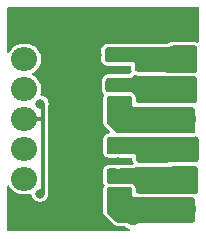
<source format=gbr>
%TF.GenerationSoftware,KiCad,Pcbnew,8.0.4*%
%TF.CreationDate,2024-09-15T22:19:18-03:00*%
%TF.ProjectId,PCBWay-Module_TB67H450FNG,50434257-6179-42d4-9d6f-64756c655f54,rev?*%
%TF.SameCoordinates,Original*%
%TF.FileFunction,Copper,L2,Bot*%
%TF.FilePolarity,Positive*%
%FSLAX46Y46*%
G04 Gerber Fmt 4.6, Leading zero omitted, Abs format (unit mm)*
G04 Created by KiCad (PCBNEW 8.0.4) date 2024-09-15 22:19:18*
%MOMM*%
%LPD*%
G01*
G04 APERTURE LIST*
%TA.AperFunction,ComponentPad*%
%ADD10C,1.600000*%
%TD*%
%TA.AperFunction,ComponentPad*%
%ADD11R,2.200000X2.000000*%
%TD*%
%TA.AperFunction,ComponentPad*%
%ADD12O,2.200000X2.000000*%
%TD*%
%TA.AperFunction,ViaPad*%
%ADD13C,0.650000*%
%TD*%
%TA.AperFunction,ViaPad*%
%ADD14C,0.800000*%
%TD*%
%TA.AperFunction,Conductor*%
%ADD15C,0.304800*%
%TD*%
G04 APERTURE END LIST*
D10*
%TO.P,C3,1*%
%TO.N,/VM*%
X114850000Y-119950000D03*
%TO.P,C3,2*%
%TO.N,GND*%
X109850000Y-119950000D03*
%TD*%
D11*
%TO.P,J2,1,Pin_1*%
%TO.N,GND*%
X119040000Y-104110000D03*
D12*
%TO.P,J2,2,Pin_2*%
%TO.N,/OUT_B2*%
X119040000Y-106650000D03*
%TO.P,J2,3,Pin_3*%
%TO.N,/OUT_B1*%
X119040000Y-109190000D03*
%TO.P,J2,4,Pin_4*%
%TO.N,/VM*%
X119040000Y-111730000D03*
%TO.P,J2,5,Pin_5*%
%TO.N,/OUT_A2*%
X119040000Y-114270000D03*
%TO.P,J2,6,Pin_6*%
%TO.N,/OUT_A1*%
X119040000Y-116810000D03*
%TO.P,J2,7,Pin_7*%
%TO.N,/VM*%
X119040000Y-119350000D03*
%TD*%
D11*
%TO.P,J1,1,Pin_1*%
%TO.N,GND*%
X105650000Y-104110000D03*
D12*
%TO.P,J1,2,Pin_2*%
%TO.N,/IN_B2*%
X105650000Y-106650000D03*
%TO.P,J1,3,Pin_3*%
%TO.N,/IN_B1*%
X105650000Y-109190000D03*
%TO.P,J1,4,Pin_4*%
%TO.N,/VREF*%
X105650000Y-111730000D03*
%TO.P,J1,5,Pin_5*%
%TO.N,/IN_A2*%
X105650000Y-114270000D03*
%TO.P,J1,6,Pin_6*%
%TO.N,/IN_A1*%
X105650000Y-116810000D03*
%TO.P,J1,7,Pin_7*%
%TO.N,GND*%
X105650000Y-119350000D03*
%TD*%
D13*
%TO.N,/OUT_A2*%
X113540000Y-114060000D03*
X117000000Y-113750000D03*
X117000000Y-115000000D03*
X115750000Y-115000000D03*
X115750000Y-113750000D03*
%TO.N,/OUT_A1*%
X117100000Y-117500000D03*
X117100000Y-116250000D03*
X115850000Y-116250000D03*
X113540000Y-116590000D03*
X115850000Y-117500000D03*
%TO.N,/OUT_B1*%
X115800000Y-108600000D03*
X115800000Y-109850000D03*
X117050000Y-108600000D03*
X113540000Y-108850000D03*
X117050000Y-109850000D03*
%TO.N,/OUT_B2*%
X116950000Y-107350000D03*
X113540000Y-106310000D03*
X116950000Y-106100000D03*
X115700000Y-107350000D03*
X115700000Y-106100000D03*
%TO.N,GND*%
X109250000Y-103900000D03*
X115250000Y-103900000D03*
X110260000Y-108215000D03*
X110750000Y-104900000D03*
X107800000Y-119850000D03*
X115250000Y-104900000D03*
X111880000Y-107405000D03*
X110550000Y-113250000D03*
X111700000Y-118950000D03*
X109250000Y-102900000D03*
X110260000Y-116765000D03*
X111880000Y-109025000D03*
X111880000Y-116765000D03*
X107750000Y-104900000D03*
X111700000Y-119850000D03*
X111880000Y-108215000D03*
X111700000Y-120750000D03*
X111880000Y-117850000D03*
X113540000Y-115320000D03*
X107750000Y-103900000D03*
X111750000Y-112250000D03*
X108600000Y-114050000D03*
X110550000Y-111250000D03*
X109250000Y-104900000D03*
X113750000Y-104900000D03*
X107750000Y-102900000D03*
X112250000Y-102900000D03*
X112250000Y-103900000D03*
X112250000Y-104900000D03*
X109350000Y-112250000D03*
X111070000Y-106300000D03*
X111070000Y-115145000D03*
X110260000Y-115145000D03*
X110260000Y-115955000D03*
X111880000Y-110150000D03*
X110260000Y-107405000D03*
X111070000Y-107405000D03*
X111070000Y-117850000D03*
X111880000Y-115955000D03*
X108600000Y-106310000D03*
X111070000Y-114050000D03*
X116750000Y-103900000D03*
X110750000Y-102900000D03*
X110260000Y-106300000D03*
X111880000Y-115145000D03*
X111070000Y-116765000D03*
X111880000Y-106300000D03*
X110260000Y-109025000D03*
X113540000Y-107580000D03*
X111880000Y-114050000D03*
X116750000Y-102900000D03*
X110750000Y-103900000D03*
X115250000Y-102900000D03*
X113750000Y-103900000D03*
X110260000Y-117850000D03*
X113750000Y-102900000D03*
X110260000Y-114050000D03*
X108150000Y-111250000D03*
X107800000Y-118950000D03*
X107800000Y-120750000D03*
X111070000Y-108215000D03*
X111070000Y-109025000D03*
X110260000Y-110150000D03*
X116750000Y-104900000D03*
X111070000Y-115955000D03*
X109350000Y-111250000D03*
X109350000Y-113250000D03*
X111070000Y-110150000D03*
X110550000Y-112250000D03*
X108150000Y-113250000D03*
X108150000Y-112250000D03*
X111750000Y-111250000D03*
X111750000Y-113250000D03*
%TO.N,/VM*%
X117100000Y-112450000D03*
X117200000Y-118900000D03*
X114500000Y-111250000D03*
X117200000Y-120100000D03*
X114500000Y-112450000D03*
X113540000Y-110120000D03*
X113200000Y-111250000D03*
X113540000Y-117860000D03*
X113300000Y-118900000D03*
X115800000Y-112450000D03*
X117100000Y-111250000D03*
X115900000Y-118900000D03*
X115800000Y-111250000D03*
D14*
%TO.N,/VREF*%
X106950000Y-118050000D03*
X107000000Y-110450000D03*
%TD*%
D15*
%TO.N,/VREF*%
X107020000Y-111730000D02*
X107200000Y-111550000D01*
X107000000Y-110450000D02*
X107200000Y-110650000D01*
X105650000Y-111730000D02*
X107020000Y-111730000D01*
X106950000Y-118050000D02*
X107050000Y-117950000D01*
X107030000Y-111730000D02*
X107200000Y-111900000D01*
X107200000Y-117800000D02*
X106950000Y-118050000D01*
X107200000Y-110650000D02*
X107200000Y-111550000D01*
X107200000Y-111550000D02*
X107200000Y-111900000D01*
X107020000Y-111730000D02*
X107030000Y-111730000D01*
X107050000Y-117950000D02*
X107200000Y-117950000D01*
X107200000Y-111900000D02*
X107200000Y-117800000D01*
%TD*%
%TA.AperFunction,Conductor*%
%TO.N,/OUT_B2*%
G36*
X120146288Y-105518954D02*
G01*
X120227070Y-105572930D01*
X120281046Y-105653712D01*
X120300000Y-105749000D01*
X120300000Y-107546110D01*
X120281046Y-107641398D01*
X120227070Y-107722180D01*
X120162350Y-107768824D01*
X120153776Y-107773111D01*
X120060073Y-107798767D01*
X120039867Y-107799380D01*
X115335174Y-107750888D01*
X115240086Y-107730953D01*
X115181810Y-107696032D01*
X115093070Y-107624754D01*
X115030649Y-107550305D01*
X115001469Y-107457635D01*
X115000000Y-107430623D01*
X115000000Y-107000000D01*
X114850000Y-106900000D01*
X112703890Y-106900000D01*
X112608602Y-106881046D01*
X112527820Y-106827070D01*
X112481178Y-106762356D01*
X112468821Y-106737642D01*
X112443159Y-106643937D01*
X112455311Y-106547545D01*
X112458705Y-106538014D01*
X112491785Y-106450791D01*
X112510094Y-106300000D01*
X112491785Y-106149209D01*
X112450611Y-106040643D01*
X112434545Y-105944829D01*
X112434772Y-105939329D01*
X112437547Y-105886595D01*
X112461484Y-105792438D01*
X112519632Y-105714606D01*
X112603139Y-105664950D01*
X112686924Y-105650688D01*
X117734650Y-105665350D01*
X118159555Y-105514370D01*
X118242924Y-105500000D01*
X120051000Y-105500000D01*
X120146288Y-105518954D01*
G37*
%TD.AperFunction*%
%TD*%
%TA.AperFunction,Conductor*%
%TO.N,/VM*%
G36*
X114646288Y-109818954D02*
G01*
X114727070Y-109872930D01*
X114781046Y-109953712D01*
X114800000Y-110049000D01*
X114800000Y-110600000D01*
X114900000Y-110700000D01*
X119851000Y-110700000D01*
X119946288Y-110718954D01*
X120027070Y-110772930D01*
X120081046Y-110853712D01*
X120100000Y-110949000D01*
X120100000Y-112701000D01*
X120081046Y-112796288D01*
X120027070Y-112877070D01*
X119946288Y-112931046D01*
X119851000Y-112950000D01*
X113653140Y-112950000D01*
X113557852Y-112931046D01*
X113477070Y-112877070D01*
X112672930Y-112072930D01*
X112618954Y-111992148D01*
X112600000Y-111896860D01*
X112600000Y-110049000D01*
X112618954Y-109953712D01*
X112672930Y-109872930D01*
X112753712Y-109818954D01*
X112849000Y-109800000D01*
X114551000Y-109800000D01*
X114646288Y-109818954D01*
G37*
%TD.AperFunction*%
%TD*%
%TA.AperFunction,Conductor*%
%TO.N,GND*%
G36*
X120393039Y-102269685D02*
G01*
X120438794Y-102322489D01*
X120450000Y-102374000D01*
X120450000Y-105133872D01*
X120430315Y-105200911D01*
X120377511Y-105246666D01*
X120308353Y-105256610D01*
X120279873Y-105248973D01*
X120205889Y-105219324D01*
X120205883Y-105219322D01*
X120110598Y-105200369D01*
X120062738Y-105195656D01*
X120051000Y-105194500D01*
X118242924Y-105194500D01*
X118191031Y-105198940D01*
X118107662Y-105213310D01*
X118107660Y-105213310D01*
X118107651Y-105213312D01*
X118107650Y-105213312D01*
X118057272Y-105226501D01*
X117702734Y-105352477D01*
X117660857Y-105359633D01*
X112687814Y-105345188D01*
X112635663Y-105349519D01*
X112602588Y-105355149D01*
X112551874Y-105363782D01*
X112551871Y-105363782D01*
X112551871Y-105363783D01*
X112446997Y-105402366D01*
X112363520Y-105452004D01*
X112357469Y-105455698D01*
X112274892Y-105531760D01*
X112274885Y-105531768D01*
X112216754Y-105609577D01*
X112212587Y-105615292D01*
X112165402Y-105717167D01*
X112165398Y-105717177D01*
X112141469Y-105811307D01*
X112141465Y-105811324D01*
X112141463Y-105811336D01*
X112141462Y-105811342D01*
X112132469Y-105870531D01*
X112132469Y-105870538D01*
X112129693Y-105923290D01*
X112129526Y-105926848D01*
X112129304Y-105932225D01*
X112129305Y-105932238D01*
X112133249Y-105995330D01*
X112133250Y-105995344D01*
X112133250Y-105995349D01*
X112133251Y-105995350D01*
X112136807Y-106016560D01*
X112149319Y-106091175D01*
X112164959Y-106148960D01*
X112164962Y-106148970D01*
X112187644Y-106208778D01*
X112194797Y-106237802D01*
X112200534Y-106285053D01*
X112200534Y-106314945D01*
X112194797Y-106362195D01*
X112187644Y-106391217D01*
X112173063Y-106429665D01*
X112170898Y-106435556D01*
X112167514Y-106445055D01*
X112152209Y-106509336D01*
X112140060Y-106605701D01*
X112139256Y-106612738D01*
X112139256Y-106612747D01*
X112148507Y-106724624D01*
X112148509Y-106724635D01*
X112174169Y-106818331D01*
X112174172Y-106818342D01*
X112195569Y-106874257D01*
X112195571Y-106874261D01*
X112195573Y-106874266D01*
X112195574Y-106874266D01*
X112195574Y-106874267D01*
X112207931Y-106898983D01*
X112233340Y-106940981D01*
X112233341Y-106940982D01*
X112279983Y-107005696D01*
X112358095Y-107081085D01*
X112384097Y-107098459D01*
X112438843Y-107135039D01*
X112438877Y-107135061D01*
X112444788Y-107138912D01*
X112549002Y-107180676D01*
X112549004Y-107180676D01*
X112549006Y-107180677D01*
X112594499Y-107189726D01*
X112644290Y-107199630D01*
X112703890Y-107205500D01*
X114570500Y-107205500D01*
X114637539Y-107225185D01*
X114683294Y-107277989D01*
X114694500Y-107329500D01*
X114694500Y-107430626D01*
X114694951Y-107447212D01*
X114696419Y-107474213D01*
X114696420Y-107474224D01*
X114710074Y-107549393D01*
X114739256Y-107642069D01*
X114742604Y-107652286D01*
X114744770Y-107722122D01*
X114708835Y-107782043D01*
X114693657Y-107793995D01*
X114659321Y-107816936D01*
X114613020Y-107854934D01*
X114559776Y-107908180D01*
X114498453Y-107941666D01*
X114472094Y-107944500D01*
X112749000Y-107944500D01*
X112737262Y-107945656D01*
X112689402Y-107950369D01*
X112689400Y-107950369D01*
X112594119Y-107969322D01*
X112587211Y-107970779D01*
X112483987Y-108014938D01*
X112403152Y-108068950D01*
X112397382Y-108072902D01*
X112397378Y-108072905D01*
X112318913Y-108153206D01*
X112264921Y-108234013D01*
X112261090Y-108239894D01*
X112261087Y-108239900D01*
X112219324Y-108344110D01*
X112219322Y-108344116D01*
X112200369Y-108439400D01*
X112200369Y-108439402D01*
X112194500Y-108499002D01*
X112194500Y-108926817D01*
X112195055Y-108945223D01*
X112196872Y-108975265D01*
X112198542Y-108993641D01*
X112200535Y-109010058D01*
X112200535Y-109039942D01*
X112198565Y-109056168D01*
X112198566Y-109056169D01*
X112198495Y-109056755D01*
X112198487Y-109056818D01*
X112196871Y-109074755D01*
X112195055Y-109104774D01*
X112194500Y-109123180D01*
X112194500Y-109200997D01*
X112200369Y-109260597D01*
X112200369Y-109260599D01*
X112219322Y-109355880D01*
X112220779Y-109362788D01*
X112264939Y-109466012D01*
X112264938Y-109466012D01*
X112318950Y-109546847D01*
X112322902Y-109552617D01*
X112322905Y-109552621D01*
X112368216Y-109596896D01*
X112402408Y-109657828D01*
X112398229Y-109727573D01*
X112384659Y-109754472D01*
X112364922Y-109784012D01*
X112361090Y-109789894D01*
X112361087Y-109789900D01*
X112319324Y-109894110D01*
X112319322Y-109894116D01*
X112300369Y-109989400D01*
X112300369Y-109989402D01*
X112294500Y-110049002D01*
X112294500Y-111896857D01*
X112300369Y-111956457D01*
X112300369Y-111956459D01*
X112319322Y-112051740D01*
X112320779Y-112058648D01*
X112364939Y-112161872D01*
X112364939Y-112161874D01*
X112401169Y-112216096D01*
X112417609Y-112240701D01*
X112418918Y-112242659D01*
X112456913Y-112288956D01*
X112904562Y-112736605D01*
X112938047Y-112797928D01*
X112933063Y-112867620D01*
X112891191Y-112923553D01*
X112828906Y-112947701D01*
X112789400Y-112951550D01*
X112789390Y-112951551D01*
X112789385Y-112951552D01*
X112694102Y-112970505D01*
X112687211Y-112971959D01*
X112583987Y-113016118D01*
X112503152Y-113070130D01*
X112497382Y-113074082D01*
X112497378Y-113074085D01*
X112418913Y-113154386D01*
X112364921Y-113235193D01*
X112361090Y-113241074D01*
X112361087Y-113241080D01*
X112319324Y-113345290D01*
X112319322Y-113345296D01*
X112300369Y-113440580D01*
X112300369Y-113440582D01*
X112294500Y-113500182D01*
X112294500Y-114450997D01*
X112300369Y-114510597D01*
X112300369Y-114510599D01*
X112319322Y-114605880D01*
X112320779Y-114612788D01*
X112364939Y-114716012D01*
X112364938Y-114716012D01*
X112364939Y-114716013D01*
X112408161Y-114780701D01*
X112418950Y-114796847D01*
X112422902Y-114802617D01*
X112422905Y-114802621D01*
X112468470Y-114847144D01*
X112503205Y-114881085D01*
X112583987Y-114935061D01*
X112589898Y-114938912D01*
X112694112Y-114980676D01*
X112694114Y-114980676D01*
X112694116Y-114980677D01*
X112742400Y-114990281D01*
X112789400Y-114999630D01*
X112849000Y-115005500D01*
X112849002Y-115005500D01*
X113411491Y-115005500D01*
X113411502Y-115005500D01*
X113448332Y-115003272D01*
X113464418Y-115001318D01*
X113467833Y-115000904D01*
X113482778Y-115000000D01*
X113595005Y-115000000D01*
X113604201Y-115000342D01*
X113606018Y-115000477D01*
X113609978Y-115000772D01*
X113615655Y-115001326D01*
X113631669Y-115003272D01*
X113631680Y-115003272D01*
X113631683Y-115003273D01*
X113641960Y-115003894D01*
X113668498Y-115005500D01*
X114670500Y-115005500D01*
X114737539Y-115025185D01*
X114783294Y-115077989D01*
X114794130Y-115127803D01*
X114794413Y-115127793D01*
X114794472Y-115129371D01*
X114794500Y-115129500D01*
X114794500Y-115130111D01*
X114796080Y-115151230D01*
X114797900Y-115175567D01*
X114808928Y-115248851D01*
X114828917Y-115308727D01*
X114842207Y-115348534D01*
X114860429Y-115382284D01*
X114872851Y-115405290D01*
X114887380Y-115473633D01*
X114862654Y-115538981D01*
X114832638Y-115567299D01*
X114827102Y-115570998D01*
X114823212Y-115573597D01*
X114756538Y-115594480D01*
X114754315Y-115594500D01*
X113830776Y-115594500D01*
X113793956Y-115596727D01*
X113734382Y-115603962D01*
X113734360Y-115603965D01*
X113698078Y-115610614D01*
X113603097Y-115634024D01*
X113603096Y-115634023D01*
X113593473Y-115636396D01*
X113563796Y-115640000D01*
X113516203Y-115640000D01*
X113486529Y-115636397D01*
X113381924Y-115610615D01*
X113381907Y-115610611D01*
X113345645Y-115603966D01*
X113345640Y-115603965D01*
X113345633Y-115603964D01*
X113345617Y-115603962D01*
X113286043Y-115596727D01*
X113249223Y-115594500D01*
X113249217Y-115594500D01*
X112849000Y-115594500D01*
X112837262Y-115595656D01*
X112789402Y-115600369D01*
X112789400Y-115600369D01*
X112694119Y-115619322D01*
X112687211Y-115620779D01*
X112583987Y-115664938D01*
X112503152Y-115718950D01*
X112497382Y-115722902D01*
X112497378Y-115722905D01*
X112418913Y-115803206D01*
X112364921Y-115884013D01*
X112361090Y-115889894D01*
X112361087Y-115889900D01*
X112319324Y-115994110D01*
X112319322Y-115994116D01*
X112300369Y-116089400D01*
X112300369Y-116089402D01*
X112294500Y-116149002D01*
X112294500Y-116945497D01*
X112300369Y-117005097D01*
X112300369Y-117005099D01*
X112319322Y-117100380D01*
X112320779Y-117107288D01*
X112364938Y-117210512D01*
X112410272Y-117278359D01*
X112431149Y-117345036D01*
X112412664Y-117412416D01*
X112410273Y-117416138D01*
X112364908Y-117484033D01*
X112361090Y-117489894D01*
X112361087Y-117489900D01*
X112319324Y-117594110D01*
X112319322Y-117594116D01*
X112300369Y-117689400D01*
X112300369Y-117689402D01*
X112294500Y-117749002D01*
X112294500Y-119496857D01*
X112300369Y-119556457D01*
X112300369Y-119556459D01*
X112319322Y-119651740D01*
X112319911Y-119654534D01*
X112320780Y-119658651D01*
X112322938Y-119663696D01*
X112364939Y-119761872D01*
X112364939Y-119761874D01*
X112418918Y-119842659D01*
X112456913Y-119888956D01*
X113211043Y-120643086D01*
X113211048Y-120643090D01*
X113211049Y-120643091D01*
X113230650Y-120659177D01*
X113252485Y-120677097D01*
X113257345Y-120681085D01*
X113338127Y-120735061D01*
X113344038Y-120738912D01*
X113448252Y-120780676D01*
X113448254Y-120780676D01*
X113448256Y-120780677D01*
X113496540Y-120790281D01*
X113543540Y-120799630D01*
X113603140Y-120805500D01*
X114107332Y-120805500D01*
X114174371Y-120825185D01*
X114182062Y-120830548D01*
X114183955Y-120831977D01*
X114183959Y-120831981D01*
X114357363Y-120939348D01*
X114540701Y-121010373D01*
X114596102Y-121052946D01*
X114619693Y-121118713D01*
X114603982Y-121186793D01*
X114553958Y-121235572D01*
X114495907Y-121250000D01*
X104274000Y-121250000D01*
X104206961Y-121230315D01*
X104161206Y-121177511D01*
X104150000Y-121126000D01*
X104150000Y-117443439D01*
X104169685Y-117376400D01*
X104222489Y-117330645D01*
X104291647Y-117320701D01*
X104355203Y-117349726D01*
X104384485Y-117387144D01*
X104437715Y-117491614D01*
X104558028Y-117657213D01*
X104702786Y-117801971D01*
X104857749Y-117914556D01*
X104868390Y-117922287D01*
X104984607Y-117981503D01*
X105050776Y-118015218D01*
X105050778Y-118015218D01*
X105050781Y-118015220D01*
X105155137Y-118049127D01*
X105245465Y-118078477D01*
X105346557Y-118094488D01*
X105447648Y-118110500D01*
X105447649Y-118110500D01*
X105852351Y-118110500D01*
X105852352Y-118110500D01*
X106054534Y-118078477D01*
X106097221Y-118064606D01*
X106167059Y-118062612D01*
X106226892Y-118098692D01*
X106257721Y-118161392D01*
X106258633Y-118167591D01*
X106264859Y-118218868D01*
X106264860Y-118218874D01*
X106325182Y-118377931D01*
X106370864Y-118444112D01*
X106421817Y-118517929D01*
X106513328Y-118599000D01*
X106549150Y-118630736D01*
X106699773Y-118709789D01*
X106699775Y-118709790D01*
X106864944Y-118750500D01*
X107035056Y-118750500D01*
X107200225Y-118709790D01*
X107279692Y-118668081D01*
X107350849Y-118630736D01*
X107350850Y-118630734D01*
X107350852Y-118630734D01*
X107478183Y-118517929D01*
X107574818Y-118377930D01*
X107635140Y-118218872D01*
X107655645Y-118050000D01*
X107653669Y-118033727D01*
X107653757Y-118017755D01*
X107652900Y-118017755D01*
X107652900Y-117882247D01*
X107653008Y-117882247D01*
X107653008Y-117867753D01*
X107652900Y-117867753D01*
X107652900Y-110726605D01*
X107660957Y-110682636D01*
X107685140Y-110618872D01*
X107705645Y-110450000D01*
X107685140Y-110281128D01*
X107624818Y-110122070D01*
X107528183Y-109982071D01*
X107428895Y-109894110D01*
X107400849Y-109869263D01*
X107250226Y-109790210D01*
X107077773Y-109747705D01*
X107078467Y-109744889D01*
X107026611Y-109722540D01*
X106987584Y-109664587D01*
X106986083Y-109594733D01*
X106987844Y-109588810D01*
X107018477Y-109494534D01*
X107050500Y-109292352D01*
X107050500Y-109087648D01*
X107027942Y-108945223D01*
X107018477Y-108885465D01*
X106955218Y-108690776D01*
X106915515Y-108612855D01*
X106862287Y-108508390D01*
X106812165Y-108439402D01*
X106741971Y-108342786D01*
X106597213Y-108198028D01*
X106431614Y-108077715D01*
X106414343Y-108068915D01*
X106338917Y-108030483D01*
X106288123Y-107982511D01*
X106271328Y-107914690D01*
X106293865Y-107848555D01*
X106338917Y-107809516D01*
X106431610Y-107762287D01*
X106583015Y-107652286D01*
X106597213Y-107641971D01*
X106597215Y-107641968D01*
X106597219Y-107641966D01*
X106741966Y-107497219D01*
X106741968Y-107497215D01*
X106741971Y-107497213D01*
X106794732Y-107424590D01*
X106862287Y-107331610D01*
X106955220Y-107149219D01*
X107018477Y-106954534D01*
X107050500Y-106752352D01*
X107050500Y-106547648D01*
X107018477Y-106345466D01*
X106955220Y-106150781D01*
X106955218Y-106150778D01*
X106955218Y-106150776D01*
X106915515Y-106072855D01*
X106862287Y-105968390D01*
X106832020Y-105926731D01*
X106741971Y-105802786D01*
X106597213Y-105658028D01*
X106431613Y-105537715D01*
X106431612Y-105537714D01*
X106431610Y-105537713D01*
X106374653Y-105508691D01*
X106249223Y-105444781D01*
X106054534Y-105381522D01*
X105879995Y-105353878D01*
X105852352Y-105349500D01*
X105447648Y-105349500D01*
X105428852Y-105352477D01*
X105245465Y-105381522D01*
X105050776Y-105444781D01*
X104868386Y-105537715D01*
X104702786Y-105658028D01*
X104558028Y-105802786D01*
X104437715Y-105968386D01*
X104384485Y-106072855D01*
X104336510Y-106123651D01*
X104268689Y-106140446D01*
X104202554Y-106117908D01*
X104159103Y-106063193D01*
X104150000Y-106016560D01*
X104150000Y-102374000D01*
X104169685Y-102306961D01*
X104222489Y-102261206D01*
X104274000Y-102250000D01*
X120326000Y-102250000D01*
X120393039Y-102269685D01*
G37*
%TD.AperFunction*%
%TD*%
%TA.AperFunction,Conductor*%
%TO.N,/OUT_A1*%
G36*
X120175243Y-115727053D02*
G01*
X120256638Y-115780099D01*
X120311466Y-115860089D01*
X120329866Y-115903021D01*
X120349981Y-115998070D01*
X120350000Y-116001109D01*
X120350000Y-117839189D01*
X120331046Y-117934477D01*
X120277070Y-118015259D01*
X120196288Y-118069235D01*
X120101000Y-118088189D01*
X120017094Y-118072003D01*
X120016917Y-118072600D01*
X120010868Y-118070803D01*
X120008385Y-118070324D01*
X120005889Y-118069324D01*
X119910595Y-118050369D01*
X119851003Y-118044500D01*
X119851000Y-118044500D01*
X115354500Y-118044500D01*
X115259212Y-118025546D01*
X115178430Y-117971570D01*
X115124454Y-117890788D01*
X115105500Y-117795500D01*
X115105500Y-117749003D01*
X115105500Y-117749000D01*
X115099630Y-117689400D01*
X115080676Y-117594112D01*
X115079220Y-117587209D01*
X115070068Y-117565815D01*
X115050017Y-117470751D01*
X115050000Y-117467881D01*
X115050000Y-117450001D01*
X115050000Y-117450000D01*
X114850000Y-117250000D01*
X114849999Y-117250000D01*
X114830471Y-117250000D01*
X114737846Y-117232131D01*
X114705886Y-117219323D01*
X114610595Y-117200369D01*
X114551003Y-117194500D01*
X114551000Y-117194500D01*
X112849000Y-117194500D01*
X112753712Y-117175546D01*
X112672930Y-117121570D01*
X112618954Y-117040788D01*
X112600000Y-116945500D01*
X112600000Y-116149000D01*
X112618954Y-116053712D01*
X112672930Y-115972930D01*
X112753712Y-115918954D01*
X112849000Y-115900000D01*
X113249217Y-115900000D01*
X113308807Y-115907236D01*
X113454560Y-115943160D01*
X113464051Y-115945500D01*
X113464055Y-115945500D01*
X113615945Y-115945500D01*
X113615949Y-115945500D01*
X113676212Y-115930646D01*
X113771193Y-115907236D01*
X113830783Y-115900000D01*
X114899999Y-115900000D01*
X114900000Y-115900000D01*
X114931005Y-115868994D01*
X115011783Y-115815020D01*
X115097498Y-115796250D01*
X116202052Y-115753767D01*
X116208624Y-115753602D01*
X120079746Y-115709193D01*
X120175243Y-115727053D01*
G37*
%TD.AperFunction*%
%TD*%
%TA.AperFunction,Conductor*%
%TO.N,/VM*%
G36*
X114646288Y-117518954D02*
G01*
X114727070Y-117572930D01*
X114781046Y-117653712D01*
X114800000Y-117749000D01*
X114800000Y-118200000D01*
X114950000Y-118350000D01*
X119851000Y-118350000D01*
X119946288Y-118368954D01*
X120027070Y-118422930D01*
X120081046Y-118503712D01*
X120100000Y-118599000D01*
X120100000Y-120251000D01*
X120081046Y-120346288D01*
X120027070Y-120427070D01*
X119946288Y-120481046D01*
X119851000Y-120500000D01*
X113603140Y-120500000D01*
X113507852Y-120481046D01*
X113427070Y-120427070D01*
X112672930Y-119672930D01*
X112618954Y-119592148D01*
X112600000Y-119496860D01*
X112600000Y-117749000D01*
X112618954Y-117653712D01*
X112672930Y-117572930D01*
X112753712Y-117518954D01*
X112849000Y-117500000D01*
X114551000Y-117500000D01*
X114646288Y-117518954D01*
G37*
%TD.AperFunction*%
%TD*%
%TA.AperFunction,Conductor*%
%TO.N,/OUT_A2*%
G36*
X120246288Y-113218954D02*
G01*
X120327070Y-113272930D01*
X120381046Y-113353712D01*
X120400000Y-113449000D01*
X120400000Y-115153839D01*
X120381046Y-115249127D01*
X120327070Y-115329909D01*
X120246288Y-115383885D01*
X120153856Y-115402823D01*
X115416481Y-115457170D01*
X115320982Y-115439310D01*
X115239587Y-115386264D01*
X115221810Y-115366957D01*
X115157185Y-115288882D01*
X115111027Y-115203392D01*
X115100000Y-115130111D01*
X115100000Y-114800001D01*
X115100000Y-114800000D01*
X115000000Y-114700000D01*
X114999999Y-114700000D01*
X113668498Y-114700000D01*
X113631006Y-114695447D01*
X113630901Y-114696316D01*
X113615952Y-114694500D01*
X113615949Y-114694500D01*
X113464051Y-114694500D01*
X113464047Y-114694500D01*
X113449099Y-114696316D01*
X113448993Y-114695447D01*
X113411502Y-114700000D01*
X112849000Y-114700000D01*
X112753712Y-114681046D01*
X112672930Y-114627070D01*
X112618954Y-114546288D01*
X112600000Y-114451000D01*
X112600000Y-113500180D01*
X112618954Y-113404892D01*
X112672930Y-113324110D01*
X112753712Y-113270134D01*
X112849000Y-113251180D01*
X112849943Y-113251182D01*
X113635977Y-113254900D01*
X113647000Y-113255839D01*
X113647032Y-113255199D01*
X113653133Y-113255499D01*
X113653140Y-113255500D01*
X113653147Y-113255500D01*
X113762079Y-113255500D01*
X113763257Y-113255503D01*
X117884650Y-113275000D01*
X117884650Y-113274999D01*
X117884651Y-113275000D01*
X117942189Y-113266626D01*
X118000804Y-113258095D01*
X118036663Y-113255500D01*
X119850997Y-113255500D01*
X119851000Y-113255500D01*
X119910600Y-113249630D01*
X120005888Y-113230676D01*
X120012791Y-113229220D01*
X120034182Y-113220069D01*
X120129245Y-113200017D01*
X120132118Y-113200000D01*
X120151000Y-113200000D01*
X120246288Y-113218954D01*
G37*
%TD.AperFunction*%
%TD*%
%TA.AperFunction,Conductor*%
%TO.N,/OUT_B1*%
G36*
X115137601Y-108014366D02*
G01*
X115177401Y-108029953D01*
X115177404Y-108029953D01*
X115177405Y-108029954D01*
X115198085Y-108034289D01*
X115272489Y-108049888D01*
X115332025Y-108056372D01*
X120003567Y-108104522D01*
X120098654Y-108124457D01*
X120178875Y-108179263D01*
X120232016Y-108260597D01*
X120250000Y-108353509D01*
X120250000Y-110146860D01*
X120231046Y-110242148D01*
X120177070Y-110322930D01*
X120162379Y-110337621D01*
X120081597Y-110391597D01*
X119986309Y-110410551D01*
X119937734Y-110405767D01*
X119910597Y-110400369D01*
X119851003Y-110394500D01*
X119851000Y-110394500D01*
X115354500Y-110394500D01*
X115259212Y-110375546D01*
X115178430Y-110321570D01*
X115124454Y-110240788D01*
X115105500Y-110145500D01*
X115105500Y-110049003D01*
X115105500Y-110049000D01*
X115099630Y-109989400D01*
X115080676Y-109894112D01*
X115079220Y-109887209D01*
X115035061Y-109783987D01*
X114981085Y-109703205D01*
X114977095Y-109697380D01*
X114977092Y-109697377D01*
X114972876Y-109691222D01*
X114951172Y-109651173D01*
X114950000Y-109650001D01*
X114950000Y-109650000D01*
X114750000Y-109450000D01*
X114749999Y-109450000D01*
X112749000Y-109450000D01*
X112653712Y-109431046D01*
X112572930Y-109377070D01*
X112518954Y-109296288D01*
X112500000Y-109201000D01*
X112500000Y-109123197D01*
X112501815Y-109093185D01*
X112501838Y-109092993D01*
X112510094Y-109025000D01*
X112501815Y-108956812D01*
X112500000Y-108926801D01*
X112500000Y-108499000D01*
X112518954Y-108403712D01*
X112572930Y-108322930D01*
X112653712Y-108268954D01*
X112749000Y-108250000D01*
X114649999Y-108250000D01*
X114650000Y-108250000D01*
X114829048Y-108070951D01*
X114909827Y-108016978D01*
X115000322Y-107998070D01*
X115042021Y-107997268D01*
X115137601Y-108014366D01*
G37*
%TD.AperFunction*%
%TD*%
M02*

</source>
